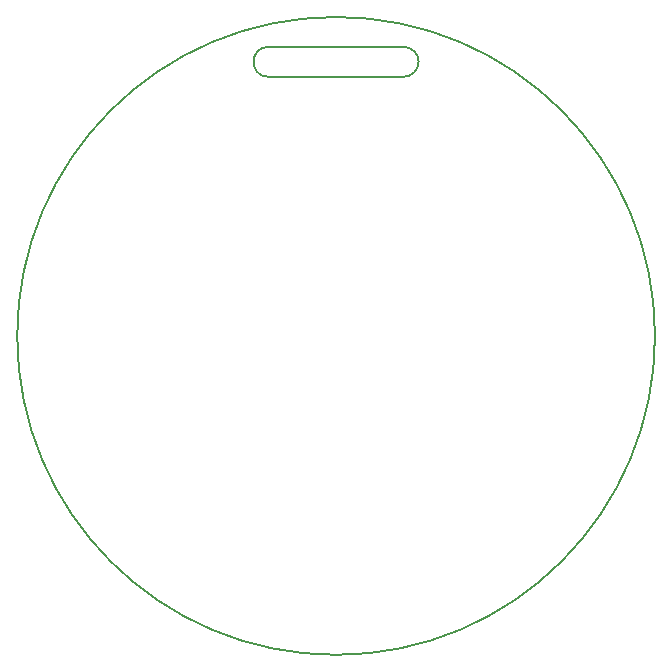
<source format=gbr>
%TF.GenerationSoftware,KiCad,Pcbnew,(7.0.0)*%
%TF.CreationDate,2023-12-18T14:13:41-05:00*%
%TF.ProjectId,MAGFest2023SolderingClass_variant1,4d414746-6573-4743-9230-3233536f6c64,rev?*%
%TF.SameCoordinates,Original*%
%TF.FileFunction,Profile,NP*%
%FSLAX46Y46*%
G04 Gerber Fmt 4.6, Leading zero omitted, Abs format (unit mm)*
G04 Created by KiCad (PCBNEW (7.0.0)) date 2023-12-18 14:13:41*
%MOMM*%
%LPD*%
G01*
G04 APERTURE LIST*
%TA.AperFunction,Profile*%
%ADD10C,0.200000*%
%TD*%
G04 APERTURE END LIST*
D10*
X141320760Y-53795000D02*
X152750760Y-53795000D01*
X152750760Y-53795000D02*
G75*
G03*
X152750760Y-51255000I40J1270000D01*
G01*
X141320760Y-51255000D02*
X152750760Y-51255000D01*
X141320760Y-51255000D02*
G75*
G03*
X141320760Y-53795000I40J-1270000D01*
G01*
X174035760Y-75728583D02*
G75*
G03*
X174035760Y-75728583I-27000000J0D01*
G01*
M02*

</source>
